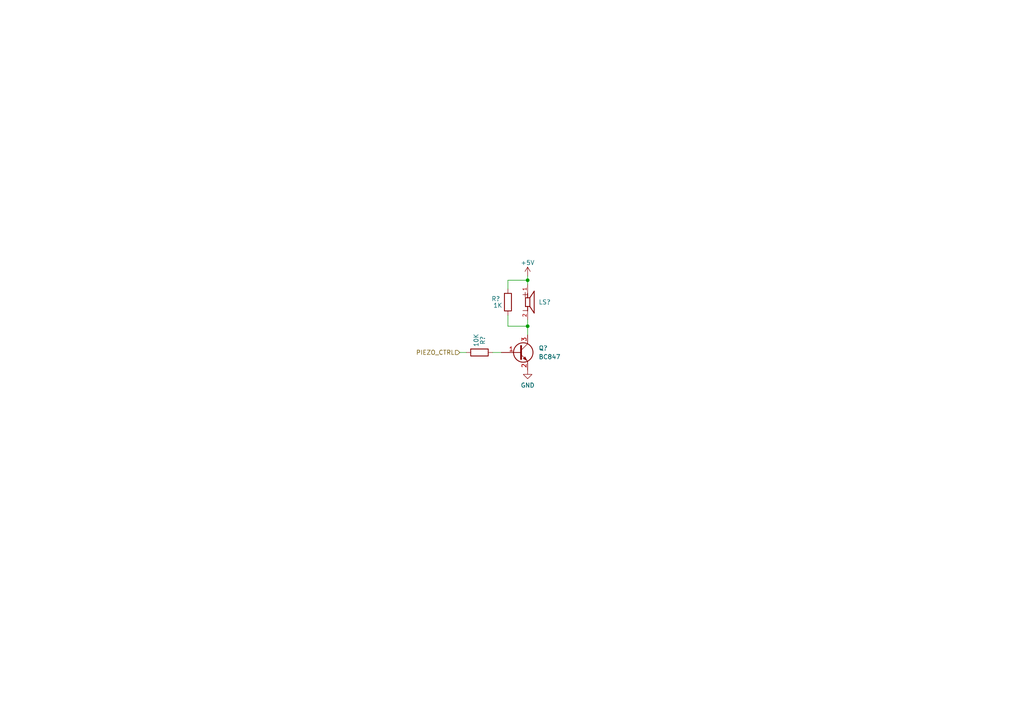
<source format=kicad_sch>
(kicad_sch (version 20230121) (generator eeschema)
  (paper "A4")
  (lib_symbols
    (symbol "Device:R" (pin_numbers hide) (pin_names (offset 0))
      (property "Reference" "R" (at 2.032 0 90))
      (property "Value" "R" (at 0 0 90))
      (symbol "R_0_1"
        (rectangle (start -1.016 -2.54) (end 1.016 2.54) (stroke (width 0.254)))
      )
      (symbol "R_1_1"
        (pin passive line (at 0 3.81 270) (length 1.27) (name "~") (number "1"))
        (pin passive line (at 0 -3.81 90) (length 1.27) (name "~") (number "2"))
      )
    )
    (symbol "Transistor_BJT:BC847" (pin_names (offset 0) hide)
      (property "Reference" "Q" (at 5.08 1.905 0))
      (property "Value" "BC847" (at 5.08 0 0))
      (symbol "BC847_0_1"
        (polyline (pts (xy 0.635 0.635) (xy 2.54 2.54)))
        (polyline (pts (xy 0.635 -0.635) (xy 2.54 -2.54) (xy 2.54 -2.54)))
        (polyline (pts (xy 0.635 1.905) (xy 0.635 -1.905) (xy 0.635 -1.905)) (stroke (width 0.508)))
        (polyline (pts (xy 1.27 -1.778) (xy 1.778 -1.27) (xy 2.286 -2.286) (xy 1.27 -1.778) (xy 1.27 -1.778)) (fill (type outline)))
        (circle (center 1.27 0) (radius 2.8194) (stroke (width 0.254)))
      )
      (symbol "BC847_1_1"
        (pin input line (at -5.08 0 0) (length 5.715) (name "B") (number "1"))
        (pin passive line (at 2.54 -5.08 90) (length 2.54) (name "E") (number "2"))
        (pin passive line (at 2.54 5.08 270) (length 2.54) (name "C") (number "3"))
      )
    )
    (symbol "piezo:PKMCS0909E4000-R1" (pin_names (offset 1.016))
      (property "Reference" "LS" (at -3.82 8.9133 0))
      (property "Value" "PKMCS0909E4000-R1" (at -3.823 -11.469 0))
      (symbol "PKMCS0909E4000-R1_0_0"
        (polyline (pts (xy -0.635 -1.27) (xy -0.635 1.27)) (stroke (width 0.254)))
        (polyline (pts (xy -0.635 1.27) (xy 0 1.27)) (stroke (width 0.254)))
        (polyline (pts (xy 0 -1.27) (xy -0.635 -1.27)) (stroke (width 0.254)))
        (polyline (pts (xy 0 -1.27) (xy 0 -2.54)) (stroke (width 0.254)))
        (polyline (pts (xy 0 1.27) (xy 0 2.54)) (stroke (width 0.254)))
        (polyline (pts (xy 0 1.27) (xy 0.635 1.27)) (stroke (width 0.254)))
        (polyline (pts (xy 0.635 -1.27) (xy 0 -1.27)) (stroke (width 0.254)))
        (polyline (pts (xy 0.635 1.27) (xy 0.635 -1.27)) (stroke (width 0.254)))
        (polyline (pts (xy 0.635 1.27) (xy 1.905 3.175)) (stroke (width 0.254)))
        (polyline (pts (xy 1.905 -3.175) (xy 0.635 -1.27)) (stroke (width 0.254)))
        (polyline (pts (xy 1.905 3.175) (xy 1.905 -3.175)) (stroke (width 0.254)))
        (text "+" (at -1.905 1.27 0) (effects (font (size 1.778 1.778)) (justify left bottom)))
        (text "-" (at -1.905 -1.27 0) (effects (font (size 1.778 1.778)) (justify left top)))
        (pin passive line (at 0 5.08 270) (length 2.54) (name "~") (number "1"))
        (pin passive line (at 0 -5.08 90) (length 2.54) (name "~") (number "2"))
      )
    )
    (symbol "power:+5V" (power) (pin_names (offset 0))
      (property "Value" "+5V" (at 0 3.556 0))
      (symbol "+5V_0_1"
        (polyline (pts (xy -0.762 1.27) (xy 0 2.54)))
        (polyline (pts (xy 0 0) (xy 0 2.54)))
        (polyline (pts (xy 0 2.54) (xy 0.762 1.27)))
      )
      (symbol "+5V_1_1"
        (pin power_in line (at 0 0 90) (length 0) hide (name "+5V") (number "1"))
      )
    )
    (symbol "power:GND" (power) (pin_names (offset 0))
      (property "Value" "GND" (at 0 -3.81 0))
      (symbol "GND_0_1"
        (polyline (pts (xy 0 0) (xy 0 -1.27) (xy 1.27 -1.27) (xy 0 -2.54) (xy -1.27 -1.27) (xy 0 -1.27)))
      )
      (symbol "GND_1_1"
        (pin power_in line (at 0 0 270) (length 0) hide (name "GND") (number "1"))
      )
    )
  )
  (junction (at 153.035 94.615))
  (junction (at 153.035 81.28))
  (wire (pts (xy 153.035 92.71) (xy 153.035 94.615)))
  (wire (pts (xy 142.875 102.235) (xy 145.415 102.235)))
  (wire (pts (xy 133.35 102.235) (xy 135.255 102.235)))
  (wire (pts (xy 153.035 80.01) (xy 153.035 81.28)))
  (wire (pts (xy 147.32 91.44) (xy 147.32 94.615)))
  (wire (pts (xy 147.32 81.28) (xy 153.035 81.28)))
  (wire (pts (xy 147.32 83.82) (xy 147.32 81.28)))
  (wire (pts (xy 153.035 81.28) (xy 153.035 82.55)))
  (wire (pts (xy 147.32 94.615) (xy 153.035 94.615)))
  (wire (pts (xy 153.035 94.615) (xy 153.035 97.155)))
  (hierarchical_label "PIEZO_CTRL" (shape input) (at 133.35 102.235 180))
  (symbol (lib_id "power:+5V") (at 153.035 80.01 0) (unit 1)
    (property "Reference" "#PWR?" (effects hide))
    (property "Value" "+5V" (at 153.035 76.2 0))
    (instances (project "phenobottle" (path "" (reference "#PWR?") (unit 1)) (path "" (reference "#PWR029") (unit 1))) (project "u-nit" (path "" (reference "#PWR052") (unit 1))))
  )
  (symbol (lib_id "Transistor_BJT:BC847") (at 150.495 102.235 0) (unit 1)
    (property "Reference" "Q?" (at 156.21 100.965 0) (effects (justify left)))
    (property "Value" "BC847" (at 156.21 103.505 0) (effects (justify left)))
    (property "Footprint" "Package_TO_SOT_SMD:SOT-23" (effects hide))
    (property "Datasheet" "http://www.infineon.com/dgdl/Infineon-BC847SERIES_BC848SERIES_BC849SERIES_BC850SERIES-DS-v01_01-en.pdf?fileId=db3a304314dca389011541d4630a1657" (effects hide))
    (instances (project "phenobottle" (path "" (reference "Q?") (unit 1)) (path "" (reference "Q?") (unit 1))) (project "u-nit" (path "" (reference "Q2") (unit 1))))
  )
  (symbol (lib_id "Device:R") (at 139.065 102.235 90) (unit 1)
    (property "Reference" "R?" (at 140.0175 100.0125 0) (effects (justify left)))
    (property "Value" "10K" (at 138.1125 100.6475 0) (effects (justify left)))
    (property "Footprint" "Resistor_SMD:R_0805_2012Metric" (effects hide))
    (instances (project "phenobottle" (path "" (reference "R?") (unit 1)) (path "" (reference "R?") (unit 1))) (project "u-nit" (path "" (reference "R5") (unit 1))) (project "blackbox" (path "" (reference "R1") (unit 1))))
  )
  (symbol (lib_id "power:GND") (at 153.035 107.315 0) (unit 1)
    (property "Reference" "#PWR?" (effects hide))
    (property "Value" "GND" (at 153.035 111.76 0))
    (instances (project "phenobottle" (path "" (reference "#PWR?") (unit 1)) (path "" (reference "#PWR031") (unit 1))) (project "u-nit" (path "" (reference "#PWR053") (unit 1))))
  )
  (symbol (lib_id "Device:R") (at 147.32 87.63 180) (unit 1)
    (property "Reference" "R?" (at 145.0975 86.6775 0) (effects (justify left)))
    (property "Value" "1K" (at 145.7325 88.5825 0) (effects (justify left)))
    (property "Footprint" "Resistor_SMD:R_0805_2012Metric" (effects hide))
    (instances (project "phenobottle" (path "" (reference "R?") (unit 1)) (path "" (reference "R?") (unit 1))) (project "u-nit" (path "" (reference "R6") (unit 1))) (project "blackbox" (path "" (reference "R1") (unit 1))))
  )
  (symbol (lib_id "piezo:PKMCS0909E4000-R1") (at 153.035 87.63 0) (unit 1)
    (property "Reference" "LS?" (at 156.21 87.63 0) (effects (justify left)))
    (property "Value" "PKMCS0909E4000-R1" (effects hide))
    (property "Footprint" "piezo:PKMCS0909E4000-R1" (effects hide))
    (property "PARTREV" "May 22, 2020" (effects hide))
    (property "MANUFACTURER" "Murata Electronics" (effects hide))
    (property "MAXIMUM_PACKAGE_HEIGHT" "1.9 mm" (effects hide))
    (property "STANDARD" "Manufacturer Recommendations" (effects hide))
    (instances (project "phenobottle" (path "" (reference "LS?") (unit 1)) (path "" (reference "LS?") (unit 1))) (project "u-nit" (path "" (reference "LS1") (unit 1))))
  )
)
</source>
